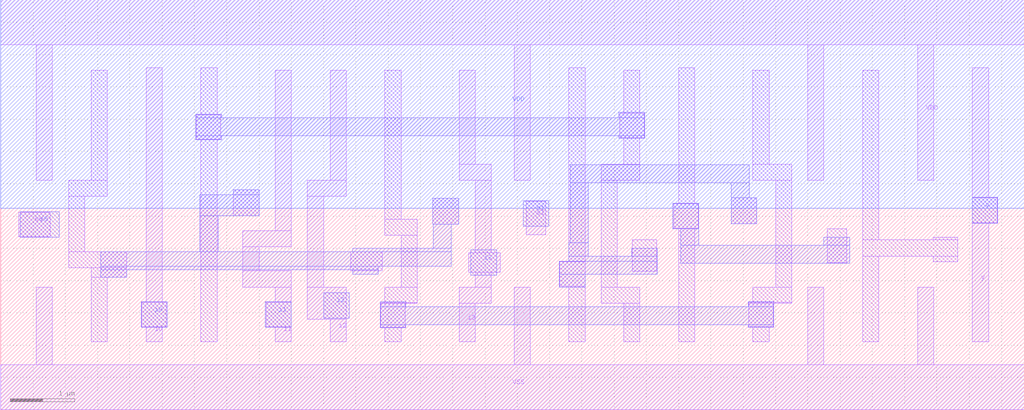
<source format=lef>
VERSION 5.7 ;
  NOWIREEXTENSIONATPIN ON ;
  DIVIDERCHAR "/" ;
  BUSBITCHARS "[]" ;
MACRO gf180mcu_osu_sc_gp9t3v3__mux4_1
  CLASS BLOCK ;
  FOREIGN gf180mcu_osu_sc_gp9t3v3__mux4_1 ;
  ORIGIN 0.000 0.000 ;
  SIZE 15.850 BY 6.350 ;
  PIN s0
    DIRECTION INPUT ;
    USE SIGNAL ;
    ANTENNAGATEAREA 2.295000 ;
    PORT
      LAYER Metal1 ;
        RECT 0.275 2.680 0.765 3.060 ;
      LAYER Metal2 ;
        RECT 0.305 2.670 0.905 3.070 ;
    END
  END s0
  PIN VDD
    DIRECTION INOUT ;
    USE POWER ;
    SHAPE ABUTMENT ;
    PORT
      LAYER Nwell ;
        RECT 0.000 3.120 15.850 6.350 ;
      LAYER Metal1 ;
        RECT 0.000 5.650 15.850 6.350 ;
        RECT 0.550 3.555 0.800 5.650 ;
        RECT 7.950 3.555 8.200 5.650 ;
        RECT 12.500 3.555 12.750 5.650 ;
        RECT 14.200 3.555 14.450 5.650 ;
    END
  END VDD
  PIN y
    DIRECTION OUTPUT ;
    USE SIGNAL ;
    ANTENNADIFFAREA 1.275000 ;
    PORT
      LAYER Metal1 ;
        RECT 15.050 3.280 15.300 5.300 ;
        RECT 15.050 2.900 15.435 3.280 ;
        RECT 15.050 1.050 15.300 2.900 ;
      LAYER Metal2 ;
        RECT 15.045 2.890 15.445 3.290 ;
    END
  END y
  PIN VSS
    DIRECTION INOUT ;
    USE GROUND ;
    SHAPE ABUTMENT ;
    PORT
      LAYER Metal1 ;
        RECT 0.550 0.700 0.800 1.900 ;
        RECT 7.950 0.700 8.200 1.900 ;
        RECT 12.500 0.700 12.750 1.900 ;
        RECT 14.200 0.700 14.450 1.900 ;
        RECT 0.000 0.000 15.850 0.700 ;
    END
  END VSS
  PIN i0
    DIRECTION INPUT ;
    USE SIGNAL ;
    ANTENNADIFFAREA 1.275000 ;
    PORT
      LAYER Metal1 ;
        RECT 2.250 1.665 2.500 5.300 ;
        RECT 2.185 1.285 2.565 1.665 ;
        RECT 2.250 1.050 2.500 1.285 ;
      LAYER Metal2 ;
        RECT 2.175 1.275 2.575 1.675 ;
    END
  END i0
  PIN i1
    DIRECTION INPUT ;
    USE SIGNAL ;
    ANTENNADIFFAREA 1.657500 ;
    PORT
      LAYER Metal1 ;
        RECT 4.250 2.775 4.500 5.255 ;
        RECT 3.750 2.525 4.500 2.775 ;
        RECT 3.750 2.150 4.000 2.525 ;
        RECT 3.750 1.900 4.500 2.150 ;
        RECT 4.250 1.665 4.500 1.900 ;
        RECT 4.110 1.285 4.500 1.665 ;
        RECT 4.250 1.050 4.500 1.285 ;
      LAYER Metal2 ;
        RECT 4.100 1.275 4.500 1.675 ;
    END
  END i1
  PIN i2
    DIRECTION INPUT ;
    USE SIGNAL ;
    ANTENNADIFFAREA 1.275000 ;
    PORT
      LAYER Metal1 ;
        RECT 5.100 3.555 5.350 5.255 ;
        RECT 4.750 3.305 5.350 3.555 ;
        RECT 4.750 1.900 5.000 3.305 ;
        RECT 4.750 1.400 5.350 1.900 ;
        RECT 5.100 1.050 5.350 1.400 ;
      LAYER Metal2 ;
        RECT 5.000 1.415 5.400 1.815 ;
    END
  END i2
  PIN s1
    DIRECTION INPUT ;
    USE SIGNAL ;
    ANTENNAGATEAREA 1.530000 ;
    PORT
      LAYER Metal1 ;
        RECT 8.140 2.710 8.440 3.230 ;
      LAYER Metal2 ;
        RECT 8.090 2.840 8.490 3.240 ;
    END
  END s1
  PIN i3
    DIRECTION INPUT ;
    USE SIGNAL ;
    ANTENNADIFFAREA 1.657500 ;
    PORT
      LAYER Metal1 ;
        RECT 7.100 3.805 7.350 5.255 ;
        RECT 7.100 3.555 7.600 3.805 ;
        RECT 7.350 2.430 7.600 3.555 ;
        RECT 7.250 2.130 7.740 2.430 ;
        RECT 7.350 1.900 7.600 2.130 ;
        RECT 7.100 1.650 7.600 1.900 ;
        RECT 7.100 1.050 7.350 1.650 ;
      LAYER Metal2 ;
        RECT 7.280 2.080 7.680 2.480 ;
    END
  END i3
  OBS
      LAYER Metal1 ;
        RECT 1.400 3.555 1.650 5.255 ;
        RECT 3.100 4.570 3.350 5.300 ;
        RECT 3.030 4.190 3.410 4.570 ;
        RECT 1.050 3.305 1.650 3.555 ;
        RECT 1.050 2.450 1.300 3.305 ;
        RECT 1.050 2.200 1.950 2.450 ;
        RECT 1.400 2.050 1.950 2.200 ;
        RECT 1.400 1.050 1.650 2.050 ;
        RECT 3.100 1.050 3.350 4.190 ;
        RECT 3.600 3.005 4.000 3.405 ;
        RECT 5.950 2.950 6.200 5.255 ;
        RECT 5.950 2.700 6.450 2.950 ;
        RECT 6.690 2.875 7.090 3.275 ;
        RECT 5.420 2.150 5.910 2.450 ;
        RECT 6.200 1.900 6.450 2.700 ;
        RECT 8.800 2.290 9.050 5.300 ;
        RECT 9.650 4.595 9.900 5.255 ;
        RECT 9.585 4.215 9.965 4.595 ;
        RECT 9.650 3.805 9.900 4.215 ;
        RECT 8.660 1.910 9.050 2.290 ;
        RECT 5.950 1.660 6.450 1.900 ;
        RECT 5.885 1.650 6.450 1.660 ;
        RECT 5.885 1.280 6.265 1.650 ;
        RECT 5.950 1.050 6.200 1.280 ;
        RECT 8.800 1.050 9.050 1.910 ;
        RECT 9.300 3.555 9.900 3.805 ;
        RECT 9.300 1.900 9.550 3.555 ;
        RECT 10.500 3.190 10.750 5.300 ;
        RECT 11.650 3.805 11.900 5.255 ;
        RECT 11.650 3.555 12.250 3.805 ;
        RECT 10.420 2.810 10.800 3.190 ;
        RECT 11.310 2.880 11.710 3.280 ;
        RECT 9.780 2.145 10.160 2.635 ;
        RECT 9.300 1.650 9.900 1.900 ;
        RECT 9.650 1.050 9.900 1.650 ;
        RECT 10.500 1.050 10.750 2.810 ;
        RECT 12.000 1.900 12.250 3.555 ;
        RECT 12.800 2.280 13.100 2.805 ;
        RECT 13.350 2.630 13.600 5.255 ;
        RECT 14.440 2.630 14.820 2.670 ;
        RECT 13.350 2.380 14.820 2.630 ;
        RECT 11.650 1.665 12.250 1.900 ;
        RECT 11.585 1.650 12.250 1.665 ;
        RECT 11.585 1.285 11.965 1.650 ;
        RECT 11.650 1.050 11.900 1.285 ;
        RECT 13.350 1.050 13.600 2.380 ;
        RECT 14.440 2.290 14.820 2.380 ;
      LAYER Metal2 ;
        RECT 3.020 4.525 3.420 4.580 ;
        RECT 9.575 4.525 9.975 4.605 ;
        RECT 3.020 4.245 9.975 4.525 ;
        RECT 3.020 4.180 3.420 4.245 ;
        RECT 9.575 4.205 9.975 4.245 ;
        RECT 8.820 3.515 11.590 3.795 ;
        RECT 3.600 3.330 4.000 3.405 ;
        RECT 3.085 3.005 4.000 3.330 ;
        RECT 3.085 2.450 3.365 3.005 ;
        RECT 6.690 2.875 7.090 3.275 ;
        RECT 6.700 2.500 6.980 2.875 ;
        RECT 8.820 2.590 9.100 3.515 ;
        RECT 11.310 3.280 11.590 3.515 ;
        RECT 10.410 2.800 10.810 3.200 ;
        RECT 11.310 2.880 11.710 3.280 ;
        RECT 5.450 2.450 6.980 2.500 ;
        RECT 1.550 2.220 6.980 2.450 ;
        RECT 8.800 2.380 9.100 2.590 ;
        RECT 10.530 2.550 10.810 2.800 ;
        RECT 12.750 2.550 13.150 2.670 ;
        RECT 9.770 2.380 10.170 2.500 ;
        RECT 8.800 2.300 10.170 2.380 ;
        RECT 1.550 2.170 5.850 2.220 ;
        RECT 1.550 2.050 1.950 2.170 ;
        RECT 5.450 2.100 5.850 2.170 ;
        RECT 8.650 2.100 10.170 2.300 ;
        RECT 10.530 2.270 13.150 2.550 ;
        RECT 8.650 1.900 9.050 2.100 ;
        RECT 5.875 1.595 6.275 1.670 ;
        RECT 11.575 1.595 11.975 1.675 ;
        RECT 5.875 1.315 11.975 1.595 ;
        RECT 5.875 1.270 6.275 1.315 ;
        RECT 11.575 1.275 11.975 1.315 ;
  END
END gf180mcu_osu_sc_gp9t3v3__mux4_1
END LIBRARY


</source>
